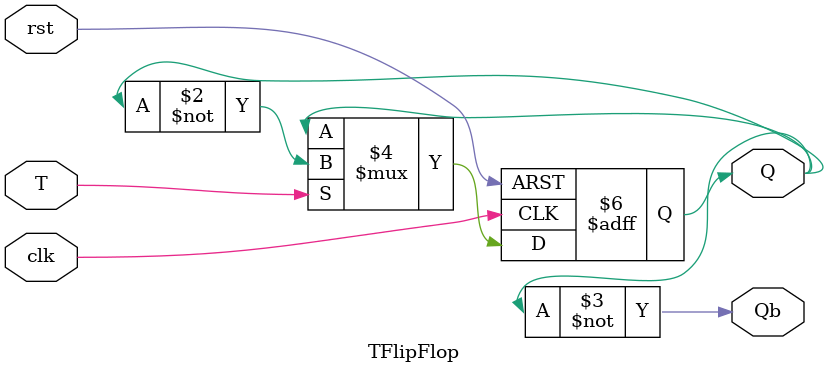
<source format=v>
`timescale 1ns / 1ps


module TFlipFlop(output reg Q, output Qb, input T, clk, rst);

    always @(posedge clk or posedge rst) begin
        if (rst)
            Q <= 1'b0;
        else if (T)
            Q <= ~Q;
    end
    
    assign Qb = ~Q;

endmodule

</source>
